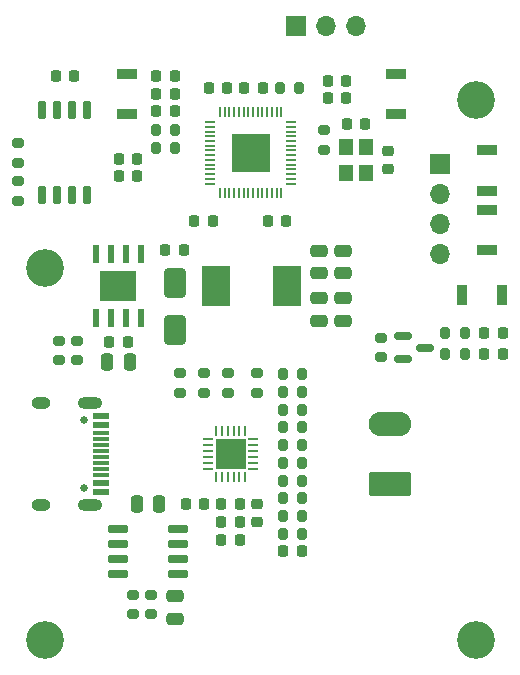
<source format=gbr>
%TF.GenerationSoftware,KiCad,Pcbnew,(7.0.0)*%
%TF.CreationDate,2023-10-01T16:50:46+07:00*%
%TF.ProjectId,CYPD3177,43595044-3331-4373-972e-6b696361645f,rev?*%
%TF.SameCoordinates,Original*%
%TF.FileFunction,Soldermask,Top*%
%TF.FilePolarity,Negative*%
%FSLAX46Y46*%
G04 Gerber Fmt 4.6, Leading zero omitted, Abs format (unit mm)*
G04 Created by KiCad (PCBNEW (7.0.0)) date 2023-10-01 16:50:46*
%MOMM*%
%LPD*%
G01*
G04 APERTURE LIST*
G04 Aperture macros list*
%AMRoundRect*
0 Rectangle with rounded corners*
0 $1 Rounding radius*
0 $2 $3 $4 $5 $6 $7 $8 $9 X,Y pos of 4 corners*
0 Add a 4 corners polygon primitive as box body*
4,1,4,$2,$3,$4,$5,$6,$7,$8,$9,$2,$3,0*
0 Add four circle primitives for the rounded corners*
1,1,$1+$1,$2,$3*
1,1,$1+$1,$4,$5*
1,1,$1+$1,$6,$7*
1,1,$1+$1,$8,$9*
0 Add four rect primitives between the rounded corners*
20,1,$1+$1,$2,$3,$4,$5,0*
20,1,$1+$1,$4,$5,$6,$7,0*
20,1,$1+$1,$6,$7,$8,$9,0*
20,1,$1+$1,$8,$9,$2,$3,0*%
G04 Aperture macros list end*
%ADD10RoundRect,0.200000X0.200000X0.275000X-0.200000X0.275000X-0.200000X-0.275000X0.200000X-0.275000X0*%
%ADD11RoundRect,0.250000X0.475000X-0.250000X0.475000X0.250000X-0.475000X0.250000X-0.475000X-0.250000X0*%
%ADD12RoundRect,0.200000X-0.275000X0.200000X-0.275000X-0.200000X0.275000X-0.200000X0.275000X0.200000X0*%
%ADD13RoundRect,0.225000X0.225000X0.250000X-0.225000X0.250000X-0.225000X-0.250000X0.225000X-0.250000X0*%
%ADD14RoundRect,0.225000X-0.225000X-0.250000X0.225000X-0.250000X0.225000X0.250000X-0.225000X0.250000X0*%
%ADD15RoundRect,0.200000X-0.200000X-0.275000X0.200000X-0.275000X0.200000X0.275000X-0.200000X0.275000X0*%
%ADD16C,3.200000*%
%ADD17RoundRect,0.250000X0.250000X0.475000X-0.250000X0.475000X-0.250000X-0.475000X0.250000X-0.475000X0*%
%ADD18R,1.700000X0.900000*%
%ADD19RoundRect,0.225000X-0.250000X0.225000X-0.250000X-0.225000X0.250000X-0.225000X0.250000X0.225000X0*%
%ADD20R,1.700000X1.700000*%
%ADD21O,1.700000X1.700000*%
%ADD22RoundRect,0.150000X-0.587500X-0.150000X0.587500X-0.150000X0.587500X0.150000X-0.587500X0.150000X0*%
%ADD23RoundRect,0.249999X1.550001X-0.790001X1.550001X0.790001X-1.550001X0.790001X-1.550001X-0.790001X0*%
%ADD24O,3.600000X2.080000*%
%ADD25R,1.200000X1.400000*%
%ADD26RoundRect,0.200000X0.275000X-0.200000X0.275000X0.200000X-0.275000X0.200000X-0.275000X-0.200000X0*%
%ADD27R,0.600000X1.550000*%
%ADD28R,3.100000X2.600000*%
%ADD29RoundRect,0.150000X-0.725000X-0.150000X0.725000X-0.150000X0.725000X0.150000X-0.725000X0.150000X0*%
%ADD30RoundRect,0.218750X-0.218750X-0.256250X0.218750X-0.256250X0.218750X0.256250X-0.218750X0.256250X0*%
%ADD31R,0.900000X1.700000*%
%ADD32RoundRect,0.250000X0.650000X-1.000000X0.650000X1.000000X-0.650000X1.000000X-0.650000X-1.000000X0*%
%ADD33C,0.650000*%
%ADD34R,1.450000X0.600000*%
%ADD35R,1.450000X0.300000*%
%ADD36O,2.100000X1.000000*%
%ADD37O,1.600000X1.000000*%
%ADD38R,2.350000X3.500000*%
%ADD39RoundRect,0.250000X-0.475000X0.250000X-0.475000X-0.250000X0.475000X-0.250000X0.475000X0.250000X0*%
%ADD40RoundRect,0.150000X0.150000X-0.650000X0.150000X0.650000X-0.150000X0.650000X-0.150000X-0.650000X0*%
%ADD41RoundRect,0.062500X0.375000X0.062500X-0.375000X0.062500X-0.375000X-0.062500X0.375000X-0.062500X0*%
%ADD42RoundRect,0.062500X0.062500X0.375000X-0.062500X0.375000X-0.062500X-0.375000X0.062500X-0.375000X0*%
%ADD43R,2.500000X2.500000*%
%ADD44RoundRect,0.050000X0.050000X-0.387500X0.050000X0.387500X-0.050000X0.387500X-0.050000X-0.387500X0*%
%ADD45RoundRect,0.050000X0.387500X-0.050000X0.387500X0.050000X-0.387500X0.050000X-0.387500X-0.050000X0*%
%ADD46R,3.200000X3.200000*%
G04 APERTURE END LIST*
D10*
%TO.C,R23*%
X45325000Y-22550000D03*
X43675000Y-22550000D03*
%TD*%
D11*
%TO.C,C15*%
X59500000Y-34700000D03*
X59500000Y-32800000D03*
%TD*%
D12*
%TO.C,R1*%
X62750000Y-40175000D03*
X62750000Y-41825000D03*
%TD*%
D13*
%TO.C,C3*%
X50775000Y-55750000D03*
X49225000Y-55750000D03*
%TD*%
D14*
%TO.C,C20*%
X48175000Y-19000000D03*
X49725000Y-19000000D03*
%TD*%
%TO.C,C28*%
X35225000Y-18000000D03*
X36775000Y-18000000D03*
%TD*%
D15*
%TO.C,R5*%
X54425000Y-56750000D03*
X56075000Y-56750000D03*
%TD*%
D16*
%TO.C,REF\u002A\u002A*%
X34250000Y-65750000D03*
%TD*%
D17*
%TO.C,C5*%
X43950000Y-54250000D03*
X42050000Y-54250000D03*
%TD*%
D14*
%TO.C,C8*%
X54475000Y-58250000D03*
X56025000Y-58250000D03*
%TD*%
D18*
%TO.C,SW_RESET1*%
X63999999Y-21199999D03*
X63999999Y-17799999D03*
%TD*%
D19*
%TO.C,C29*%
X63300000Y-24325000D03*
X63300000Y-25875000D03*
%TD*%
D10*
%TO.C,R4*%
X56075000Y-55250000D03*
X54425000Y-55250000D03*
%TD*%
D20*
%TO.C,J5*%
X55574999Y-13774999D03*
D21*
X58114999Y-13774999D03*
X60654999Y-13774999D03*
%TD*%
D14*
%TO.C,C26*%
X58225000Y-19900000D03*
X59775000Y-19900000D03*
%TD*%
D22*
%TO.C,Q1*%
X64562500Y-40050000D03*
X64562500Y-41950000D03*
X66437500Y-41000000D03*
%TD*%
D13*
%TO.C,C4*%
X50775000Y-54250000D03*
X49225000Y-54250000D03*
%TD*%
D14*
%TO.C,C25*%
X53175000Y-30250000D03*
X54725000Y-30250000D03*
%TD*%
D23*
%TO.C,J2*%
X63472500Y-52540000D03*
D24*
X63472499Y-47459999D03*
%TD*%
D10*
%TO.C,R22*%
X45325000Y-24050000D03*
X43675000Y-24050000D03*
%TD*%
D14*
%TO.C,C6*%
X46225000Y-54250000D03*
X47775000Y-54250000D03*
%TD*%
D25*
%TO.C,Y1*%
X61449999Y-26199999D03*
X61449999Y-23999999D03*
X59749999Y-23999999D03*
X59749999Y-26199999D03*
%TD*%
D13*
%TO.C,C19*%
X52725000Y-19000000D03*
X51175000Y-19000000D03*
%TD*%
D15*
%TO.C,R9*%
X54425000Y-43250000D03*
X56075000Y-43250000D03*
%TD*%
D18*
%TO.C,SW2*%
X71749999Y-29299999D03*
X71749999Y-32699999D03*
%TD*%
D12*
%TO.C,R14*%
X45750000Y-43175000D03*
X45750000Y-44825000D03*
%TD*%
D26*
%TO.C,R34*%
X32000000Y-28575000D03*
X32000000Y-26925000D03*
%TD*%
D12*
%TO.C,R3*%
X49750000Y-43175000D03*
X49750000Y-44825000D03*
%TD*%
%TO.C,R16*%
X41750000Y-61925000D03*
X41750000Y-63575000D03*
%TD*%
%TO.C,R12*%
X52250000Y-43175000D03*
X52250000Y-44825000D03*
%TD*%
D27*
%TO.C,U2*%
X42404999Y-33049999D03*
X41134999Y-33049999D03*
X39864999Y-33049999D03*
X38594999Y-33049999D03*
X38594999Y-38449999D03*
X39864999Y-38449999D03*
X41134999Y-38449999D03*
X42404999Y-38449999D03*
D28*
X40499999Y-35749999D03*
%TD*%
D17*
%TO.C,C11*%
X41450000Y-42250000D03*
X39550000Y-42250000D03*
%TD*%
D10*
%TO.C,R2*%
X69825000Y-41500000D03*
X68175000Y-41500000D03*
%TD*%
D29*
%TO.C,Q2*%
X40425000Y-56345000D03*
X40425000Y-57615000D03*
X40425000Y-58885000D03*
X40425000Y-60155000D03*
X45575000Y-60155000D03*
X45575000Y-58885000D03*
X45575000Y-57615000D03*
X45575000Y-56345000D03*
%TD*%
D12*
%TO.C,R33*%
X32000000Y-23675000D03*
X32000000Y-25325000D03*
%TD*%
D10*
%TO.C,R6*%
X56075000Y-53750000D03*
X54425000Y-53750000D03*
%TD*%
D15*
%TO.C,R15*%
X54425000Y-49250000D03*
X56075000Y-49250000D03*
%TD*%
D26*
%TO.C,R19*%
X37000000Y-42075000D03*
X37000000Y-40425000D03*
%TD*%
D30*
%TO.C,D3*%
X71462500Y-39750000D03*
X73037500Y-39750000D03*
%TD*%
D15*
%TO.C,R31*%
X54175000Y-19000000D03*
X55825000Y-19000000D03*
%TD*%
D13*
%TO.C,C2*%
X50775000Y-57250000D03*
X49225000Y-57250000D03*
%TD*%
D31*
%TO.C,SW3*%
X69549999Y-36499999D03*
X72949999Y-36499999D03*
%TD*%
D13*
%TO.C,C17*%
X59775000Y-18400000D03*
X58225000Y-18400000D03*
%TD*%
D10*
%TO.C,R10*%
X56075000Y-46250000D03*
X54425000Y-46250000D03*
%TD*%
D16*
%TO.C,REF\u002A\u002A*%
X70750000Y-20000000D03*
%TD*%
%TO.C,REF\u002A\u002A*%
X34250000Y-34250000D03*
%TD*%
D13*
%TO.C,C23*%
X45275000Y-18000000D03*
X43725000Y-18000000D03*
%TD*%
D19*
%TO.C,C1*%
X52250000Y-54225000D03*
X52250000Y-55775000D03*
%TD*%
D18*
%TO.C,SW1*%
X71749999Y-27699999D03*
X71749999Y-24299999D03*
%TD*%
D11*
%TO.C,C14*%
X57500000Y-34700000D03*
X57500000Y-32800000D03*
%TD*%
D15*
%TO.C,R7*%
X54425000Y-52250000D03*
X56075000Y-52250000D03*
%TD*%
D12*
%TO.C,R13*%
X47750000Y-43175000D03*
X47750000Y-44825000D03*
%TD*%
%TO.C,R18*%
X43250000Y-61925000D03*
X43250000Y-63575000D03*
%TD*%
D14*
%TO.C,C18*%
X43725000Y-21000000D03*
X45275000Y-21000000D03*
%TD*%
D32*
%TO.C,D2*%
X45250000Y-39500000D03*
X45250000Y-35500000D03*
%TD*%
D33*
%TO.C,J1*%
X37600000Y-47110000D03*
X37600000Y-52890000D03*
D34*
X39044999Y-46749999D03*
X39044999Y-47549999D03*
D35*
X39044999Y-48749999D03*
X39044999Y-49749999D03*
X39044999Y-50249999D03*
X39044999Y-51249999D03*
D34*
X39044999Y-52449999D03*
X39044999Y-53249999D03*
X39044999Y-53249999D03*
X39044999Y-52449999D03*
D35*
X39044999Y-51749999D03*
X39044999Y-50749999D03*
X39044999Y-49249999D03*
X39044999Y-48249999D03*
D34*
X39044999Y-47549999D03*
X39044999Y-46749999D03*
D36*
X38129999Y-45679999D03*
D37*
X33949999Y-45679999D03*
D36*
X38129999Y-54319999D03*
D37*
X33949999Y-54319999D03*
%TD*%
D14*
%TO.C,C30*%
X59825000Y-22100000D03*
X61375000Y-22100000D03*
%TD*%
D12*
%TO.C,R29*%
X57900000Y-22575000D03*
X57900000Y-24225000D03*
%TD*%
D14*
%TO.C,C16*%
X40525000Y-26500000D03*
X42075000Y-26500000D03*
%TD*%
D38*
%TO.C,L1*%
X48724999Y-35749999D03*
X54774999Y-35749999D03*
%TD*%
D18*
%TO.C,SW_BOOT1*%
X41249999Y-17799999D03*
X41249999Y-21199999D03*
%TD*%
D39*
%TO.C,C13*%
X59500000Y-36800000D03*
X59500000Y-38700000D03*
%TD*%
%TO.C,C10*%
X57500000Y-36800000D03*
X57500000Y-38700000D03*
%TD*%
D14*
%TO.C,C9*%
X44475000Y-32750000D03*
X46025000Y-32750000D03*
%TD*%
D10*
%TO.C,R21*%
X69825000Y-39750000D03*
X68175000Y-39750000D03*
%TD*%
D16*
%TO.C,REF\u002A\u002A*%
X70750000Y-65750000D03*
%TD*%
D10*
%TO.C,R17*%
X56075000Y-50750000D03*
X54425000Y-50750000D03*
%TD*%
D40*
%TO.C,U5*%
X34000000Y-28100000D03*
X35270000Y-28100000D03*
X36540000Y-28100000D03*
X37810000Y-28100000D03*
X37810000Y-20900000D03*
X36540000Y-20900000D03*
X35270000Y-20900000D03*
X34000000Y-20900000D03*
%TD*%
D12*
%TO.C,R20*%
X35500001Y-40425000D03*
X35500001Y-42075000D03*
%TD*%
D13*
%TO.C,C22*%
X45275000Y-19500000D03*
X43725000Y-19500000D03*
%TD*%
%TO.C,C21*%
X42075000Y-25000000D03*
X40525000Y-25000000D03*
%TD*%
D39*
%TO.C,C7*%
X45250000Y-62050000D03*
X45250000Y-63950000D03*
%TD*%
D41*
%TO.C,U1*%
X51937500Y-51250000D03*
X51937500Y-50750000D03*
X51937500Y-50250000D03*
X51937500Y-49750000D03*
X51937500Y-49250000D03*
X51937500Y-48750000D03*
D42*
X51250000Y-48062500D03*
X50750000Y-48062500D03*
X50250000Y-48062500D03*
X49750000Y-48062500D03*
X49250000Y-48062500D03*
X48750000Y-48062500D03*
D41*
X48062500Y-48750000D03*
X48062500Y-49250000D03*
X48062500Y-49750000D03*
X48062500Y-50250000D03*
X48062500Y-50750000D03*
X48062500Y-51250000D03*
D42*
X48750000Y-51937500D03*
X49250000Y-51937500D03*
X49750000Y-51937500D03*
X50250000Y-51937500D03*
X50750000Y-51937500D03*
X51250000Y-51937500D03*
D43*
X49999999Y-49999999D03*
%TD*%
D30*
%TO.C,D1*%
X71462500Y-41500000D03*
X73037500Y-41500000D03*
%TD*%
D10*
%TO.C,R8*%
X56075000Y-44750000D03*
X54425000Y-44750000D03*
%TD*%
D13*
%TO.C,C24*%
X48475000Y-30250000D03*
X46925000Y-30250000D03*
%TD*%
D44*
%TO.C,U4*%
X49100000Y-27937500D03*
X49500000Y-27937500D03*
X49900000Y-27937500D03*
X50300000Y-27937500D03*
X50700000Y-27937500D03*
X51100000Y-27937500D03*
X51500000Y-27937500D03*
X51900000Y-27937500D03*
X52300000Y-27937500D03*
X52700000Y-27937500D03*
X53100000Y-27937500D03*
X53500000Y-27937500D03*
X53900000Y-27937500D03*
X54300000Y-27937500D03*
D45*
X55137500Y-27100000D03*
X55137500Y-26700000D03*
X55137500Y-26300000D03*
X55137500Y-25900000D03*
X55137500Y-25500000D03*
X55137500Y-25100000D03*
X55137500Y-24700000D03*
X55137500Y-24300000D03*
X55137500Y-23900000D03*
X55137500Y-23500000D03*
X55137500Y-23100000D03*
X55137500Y-22700000D03*
X55137500Y-22300000D03*
X55137500Y-21900000D03*
D44*
X54300000Y-21062500D03*
X53900000Y-21062500D03*
X53500000Y-21062500D03*
X53100000Y-21062500D03*
X52700000Y-21062500D03*
X52300000Y-21062500D03*
X51900000Y-21062500D03*
X51500000Y-21062500D03*
X51100000Y-21062500D03*
X50700000Y-21062500D03*
X50300000Y-21062500D03*
X49900000Y-21062500D03*
X49500000Y-21062500D03*
X49100000Y-21062500D03*
D45*
X48262500Y-21900000D03*
X48262500Y-22300000D03*
X48262500Y-22700000D03*
X48262500Y-23100000D03*
X48262500Y-23500000D03*
X48262500Y-23900000D03*
X48262500Y-24300000D03*
X48262500Y-24700000D03*
X48262500Y-25100000D03*
X48262500Y-25500000D03*
X48262500Y-25900000D03*
X48262500Y-26300000D03*
X48262500Y-26700000D03*
X48262500Y-27100000D03*
D46*
X51699999Y-24499999D03*
%TD*%
D15*
%TO.C,R11*%
X54425000Y-47750000D03*
X56075000Y-47750000D03*
%TD*%
D13*
%TO.C,C12*%
X41275000Y-40500000D03*
X39725000Y-40500000D03*
%TD*%
D20*
%TO.C,J4*%
X67749999Y-25419999D03*
D21*
X67749999Y-27959999D03*
X67749999Y-30499999D03*
X67749999Y-33039999D03*
%TD*%
M02*

</source>
